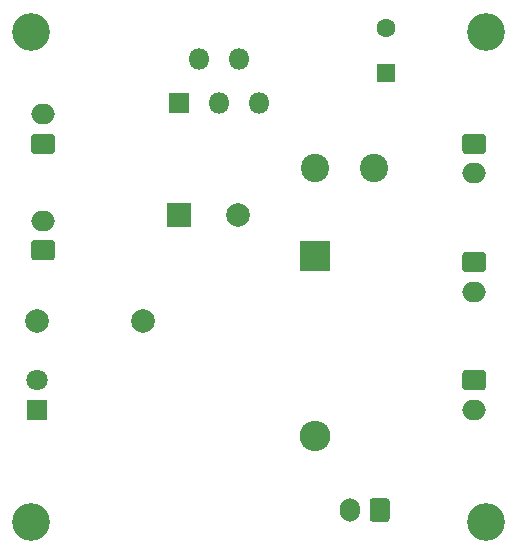
<source format=gbr>
G04 #@! TF.GenerationSoftware,KiCad,Pcbnew,(5.1.7)-1*
G04 #@! TF.CreationDate,2021-02-14T19:11:42+02:00*
G04 #@! TF.ProjectId,power_supply,706f7765-725f-4737-9570-706c792e6b69,rev?*
G04 #@! TF.SameCoordinates,Original*
G04 #@! TF.FileFunction,Soldermask,Bot*
G04 #@! TF.FilePolarity,Negative*
%FSLAX46Y46*%
G04 Gerber Fmt 4.6, Leading zero omitted, Abs format (unit mm)*
G04 Created by KiCad (PCBNEW (5.1.7)-1) date 2021-02-14 19:11:42*
%MOMM*%
%LPD*%
G01*
G04 APERTURE LIST*
%ADD10O,1.700000X2.000000*%
%ADD11O,2.000000X1.700000*%
%ADD12C,2.000000*%
%ADD13C,1.800000*%
%ADD14R,1.800000X1.800000*%
%ADD15R,2.000000X2.000000*%
%ADD16R,1.600000X1.600000*%
%ADD17C,1.600000*%
%ADD18R,2.600000X2.600000*%
%ADD19O,2.600000X2.600000*%
%ADD20C,2.400000*%
%ADD21C,3.200000*%
%ADD22O,1.800000X1.800000*%
G04 APERTURE END LIST*
D10*
X189000000Y-156000000D03*
G36*
G01*
X192350000Y-155250000D02*
X192350000Y-156750000D01*
G75*
G02*
X192100000Y-157000000I-250000J0D01*
G01*
X190900000Y-157000000D01*
G75*
G02*
X190650000Y-156750000I0J250000D01*
G01*
X190650000Y-155250000D01*
G75*
G02*
X190900000Y-155000000I250000J0D01*
G01*
X192100000Y-155000000D01*
G75*
G02*
X192350000Y-155250000I0J-250000D01*
G01*
G37*
D11*
X199500000Y-147500000D03*
G36*
G01*
X198750000Y-144150000D02*
X200250000Y-144150000D01*
G75*
G02*
X200500000Y-144400000I0J-250000D01*
G01*
X200500000Y-145600000D01*
G75*
G02*
X200250000Y-145850000I-250000J0D01*
G01*
X198750000Y-145850000D01*
G75*
G02*
X198500000Y-145600000I0J250000D01*
G01*
X198500000Y-144400000D01*
G75*
G02*
X198750000Y-144150000I250000J0D01*
G01*
G37*
D12*
X162500000Y-140000000D03*
X171500000Y-140000000D03*
D13*
X162500000Y-144960000D03*
D14*
X162500000Y-147500000D03*
G36*
G01*
X163750000Y-125850000D02*
X162250000Y-125850000D01*
G75*
G02*
X162000000Y-125600000I0J250000D01*
G01*
X162000000Y-124400000D01*
G75*
G02*
X162250000Y-124150000I250000J0D01*
G01*
X163750000Y-124150000D01*
G75*
G02*
X164000000Y-124400000I0J-250000D01*
G01*
X164000000Y-125600000D01*
G75*
G02*
X163750000Y-125850000I-250000J0D01*
G01*
G37*
D11*
X163000000Y-122500000D03*
G36*
G01*
X163750000Y-134850000D02*
X162250000Y-134850000D01*
G75*
G02*
X162000000Y-134600000I0J250000D01*
G01*
X162000000Y-133400000D01*
G75*
G02*
X162250000Y-133150000I250000J0D01*
G01*
X163750000Y-133150000D01*
G75*
G02*
X164000000Y-133400000I0J-250000D01*
G01*
X164000000Y-134600000D01*
G75*
G02*
X163750000Y-134850000I-250000J0D01*
G01*
G37*
X163000000Y-131500000D03*
D12*
X179500000Y-131000000D03*
D15*
X174500000Y-131000000D03*
D16*
X192000000Y-119000000D03*
D17*
X192000000Y-115200000D03*
D18*
X186000000Y-134500000D03*
D19*
X186000000Y-149740000D03*
G36*
G01*
X198750000Y-124150000D02*
X200250000Y-124150000D01*
G75*
G02*
X200500000Y-124400000I0J-250000D01*
G01*
X200500000Y-125600000D01*
G75*
G02*
X200250000Y-125850000I-250000J0D01*
G01*
X198750000Y-125850000D01*
G75*
G02*
X198500000Y-125600000I0J250000D01*
G01*
X198500000Y-124400000D01*
G75*
G02*
X198750000Y-124150000I250000J0D01*
G01*
G37*
D11*
X199500000Y-127500000D03*
G36*
G01*
X198750000Y-134150000D02*
X200250000Y-134150000D01*
G75*
G02*
X200500000Y-134400000I0J-250000D01*
G01*
X200500000Y-135600000D01*
G75*
G02*
X200250000Y-135850000I-250000J0D01*
G01*
X198750000Y-135850000D01*
G75*
G02*
X198500000Y-135600000I0J250000D01*
G01*
X198500000Y-134400000D01*
G75*
G02*
X198750000Y-134150000I250000J0D01*
G01*
G37*
X199500000Y-137500000D03*
D20*
X186000000Y-127000000D03*
X191000000Y-127000000D03*
D21*
X200500000Y-115500000D03*
X200500000Y-157000000D03*
X162000000Y-157000000D03*
X162000000Y-115500000D03*
D14*
X174500000Y-121500000D03*
D22*
X176200000Y-117800000D03*
X177900000Y-121500000D03*
X179600000Y-117800000D03*
X181300000Y-121500000D03*
M02*

</source>
